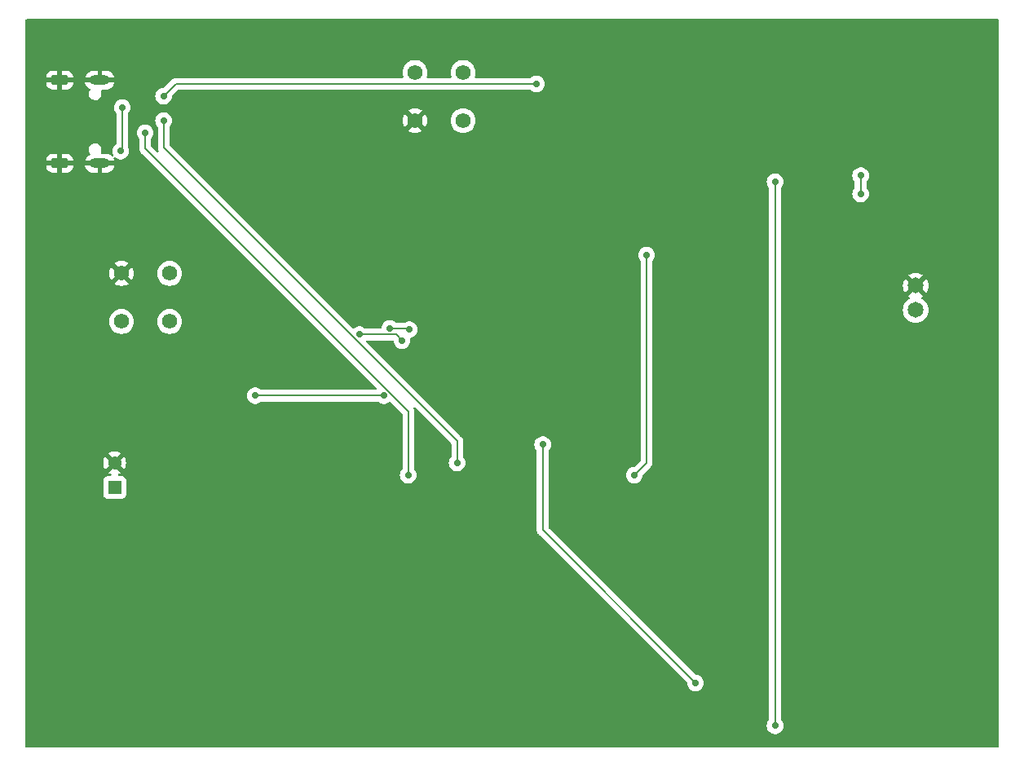
<source format=gbl>
%TF.GenerationSoftware,KiCad,Pcbnew,7.0.9*%
%TF.CreationDate,2024-04-11T22:47:46-07:00*%
%TF.ProjectId,Microphone_Final,4d696372-6f70-4686-9f6e-655f46696e61,rev?*%
%TF.SameCoordinates,Original*%
%TF.FileFunction,Copper,L2,Bot*%
%TF.FilePolarity,Positive*%
%FSLAX46Y46*%
G04 Gerber Fmt 4.6, Leading zero omitted, Abs format (unit mm)*
G04 Created by KiCad (PCBNEW 7.0.9) date 2024-04-11 22:47:46*
%MOMM*%
%LPD*%
G01*
G04 APERTURE LIST*
G04 Aperture macros list*
%AMRoundRect*
0 Rectangle with rounded corners*
0 $1 Rounding radius*
0 $2 $3 $4 $5 $6 $7 $8 $9 X,Y pos of 4 corners*
0 Add a 4 corners polygon primitive as box body*
4,1,4,$2,$3,$4,$5,$6,$7,$8,$9,$2,$3,0*
0 Add four circle primitives for the rounded corners*
1,1,$1+$1,$2,$3*
1,1,$1+$1,$4,$5*
1,1,$1+$1,$6,$7*
1,1,$1+$1,$8,$9*
0 Add four rect primitives between the rounded corners*
20,1,$1+$1,$2,$3,$4,$5,0*
20,1,$1+$1,$4,$5,$6,$7,0*
20,1,$1+$1,$6,$7,$8,$9,0*
20,1,$1+$1,$8,$9,$2,$3,0*%
G04 Aperture macros list end*
%TA.AperFunction,ComponentPad*%
%ADD10R,1.378000X1.378000*%
%TD*%
%TA.AperFunction,ComponentPad*%
%ADD11C,1.378000*%
%TD*%
%TA.AperFunction,ComponentPad*%
%ADD12C,1.574800*%
%TD*%
%TA.AperFunction,ComponentPad*%
%ADD13C,1.651000*%
%TD*%
%TA.AperFunction,ComponentPad*%
%ADD14O,2.100000X1.000000*%
%TD*%
%TA.AperFunction,ComponentPad*%
%ADD15RoundRect,0.250000X-0.650000X0.250000X-0.650000X-0.250000X0.650000X-0.250000X0.650000X0.250000X0*%
%TD*%
%TA.AperFunction,ViaPad*%
%ADD16C,0.711200*%
%TD*%
%TA.AperFunction,Conductor*%
%ADD17C,0.203200*%
%TD*%
%TA.AperFunction,Conductor*%
%ADD18C,0.200000*%
%TD*%
G04 APERTURE END LIST*
D10*
%TO.P,MK1,1,-*%
%TO.N,Net-(MK1--)*%
X74295000Y-95250000D03*
D11*
%TO.P,MK1,2,+*%
%TO.N,GND*%
X74295000Y-92710000D03*
%TD*%
D12*
%TO.P,SW2,1,1*%
%TO.N,Net-(U4-GPIO0)*%
X110490000Y-57150000D03*
%TO.P,SW2,2,2*%
%TO.N,GND*%
X105490000Y-57150000D03*
%TO.P,SW2,3*%
%TO.N,N/C*%
X105490000Y-52150010D03*
%TO.P,SW2,4*%
X110490000Y-52150010D03*
%TD*%
D13*
%TO.P,J2,1,Pin_1*%
%TO.N,+BATT*%
X157480000Y-76835000D03*
%TO.P,J2,2,Pin_2*%
%TO.N,GND*%
X157480000Y-74295000D03*
%TD*%
D12*
%TO.P,SW1,1,1*%
%TO.N,GND*%
X75010000Y-73025000D03*
%TO.P,SW1,2,2*%
%TO.N,Net-(U4-EN)*%
X80010000Y-73025000D03*
%TO.P,SW1,3*%
%TO.N,N/C*%
X80010000Y-78024990D03*
%TO.P,SW1,4*%
X75010000Y-78024990D03*
%TD*%
D14*
%TO.P,J1,SH1*%
%TO.N,GND*%
X72760000Y-52955000D03*
%TO.P,J1,SH2*%
X72760000Y-61595000D03*
D15*
%TO.P,J1,SH3*%
X68580000Y-52955000D03*
%TO.P,J1,SH4*%
X68580000Y-61595000D03*
%TD*%
D16*
%TO.N,+5V*%
X79375000Y-54610000D03*
X118110000Y-53340000D03*
X74930000Y-60325000D03*
X75083057Y-55775500D03*
X142875000Y-120015000D03*
X142875000Y-63500000D03*
%TO.N,GND*%
X137795000Y-67310000D03*
X144780000Y-60960000D03*
X151765000Y-61275000D03*
X94615000Y-90805000D03*
X109220000Y-78105000D03*
X139065000Y-60960000D03*
X89535000Y-90805000D03*
X109220000Y-80010000D03*
%TO.N,+3.3V*%
X118745000Y-90805000D03*
X134620000Y-115570000D03*
X104906160Y-78871160D03*
X102870000Y-78740000D03*
%TO.N,Net-(U4-EN)*%
X99695000Y-79375000D03*
X104140000Y-80010000D03*
%TO.N,Net-(U4-GPIO4{slash}TOUCH4{slash}ADC1_CH3)*%
X88900000Y-85725000D03*
X102235000Y-85725000D03*
%TO.N,Net-(U4-GPIO0)*%
X129540000Y-71120000D03*
X128270000Y-93980000D03*
%TO.N,/D+*%
X77470000Y-58420000D03*
X104775000Y-93980000D03*
%TO.N,/D-*%
X79375000Y-57150000D03*
X109855000Y-92710000D03*
%TO.N,Net-(U2-STAT)*%
X151765000Y-62865000D03*
X151765000Y-64770000D03*
%TD*%
D17*
%TO.N,+5V*%
X118110000Y-53340000D02*
X80645000Y-53340000D01*
X75083057Y-60171943D02*
X74930000Y-60325000D01*
X75083057Y-55775500D02*
X75083057Y-60171943D01*
X80645000Y-53340000D02*
X79375000Y-54610000D01*
X142875000Y-120015000D02*
X142875000Y-63500000D01*
%TO.N,GND*%
X151450000Y-60960000D02*
X151765000Y-61275000D01*
X144780000Y-60960000D02*
X151450000Y-60960000D01*
X137795000Y-62230000D02*
X139065000Y-60960000D01*
X89535000Y-90805000D02*
X94615000Y-90805000D01*
X137795000Y-67310000D02*
X137795000Y-62230000D01*
X109220000Y-80010000D02*
X109220000Y-78105000D01*
%TO.N,+3.3V*%
X104775000Y-78740000D02*
X104906160Y-78871160D01*
X102870000Y-78740000D02*
X104775000Y-78740000D01*
X118745000Y-90805000D02*
X118745000Y-99695000D01*
X118745000Y-99695000D02*
X134620000Y-115570000D01*
%TO.N,Net-(U4-EN)*%
X103505000Y-79375000D02*
X104140000Y-80010000D01*
X99695000Y-79375000D02*
X103505000Y-79375000D01*
%TO.N,Net-(U4-GPIO4{slash}TOUCH4{slash}ADC1_CH3)*%
X88900000Y-85725000D02*
X102235000Y-85725000D01*
%TO.N,Net-(U4-GPIO0)*%
X129540000Y-92710000D02*
X128270000Y-93980000D01*
X129540000Y-71120000D02*
X129540000Y-92710000D01*
D18*
%TO.N,/D+*%
X77470000Y-60064237D02*
X104775000Y-87369237D01*
X77470000Y-58420000D02*
X77470000Y-60064237D01*
X104775000Y-87369237D02*
X104775000Y-93980000D01*
%TO.N,/D-*%
X79375000Y-59950763D02*
X109855000Y-90430763D01*
X79375000Y-57150000D02*
X79375000Y-59950763D01*
X109855000Y-90430763D02*
X109855000Y-92710000D01*
D17*
%TO.N,Net-(U2-STAT)*%
X151765000Y-64770000D02*
X151765000Y-62865000D01*
%TD*%
%TA.AperFunction,Conductor*%
%TO.N,GND*%
G36*
X166058539Y-46629185D02*
G01*
X166104294Y-46681989D01*
X166115500Y-46733500D01*
X166115500Y-122176500D01*
X166095815Y-122243539D01*
X166043011Y-122289294D01*
X165991500Y-122300500D01*
X65148500Y-122300500D01*
X65081461Y-122280815D01*
X65035706Y-122228011D01*
X65024500Y-122176500D01*
X65024500Y-120015000D01*
X142014184Y-120015000D01*
X142032995Y-120193974D01*
X142088605Y-120365125D01*
X142178585Y-120520975D01*
X142299002Y-120654711D01*
X142444592Y-120760489D01*
X142608993Y-120833685D01*
X142608996Y-120833685D01*
X142608997Y-120833686D01*
X142637128Y-120839665D01*
X142785020Y-120871100D01*
X142964980Y-120871100D01*
X143141007Y-120833685D01*
X143305408Y-120760489D01*
X143450998Y-120654711D01*
X143571415Y-120520975D01*
X143661395Y-120365125D01*
X143717005Y-120193974D01*
X143735816Y-120015000D01*
X143717005Y-119836026D01*
X143661395Y-119664875D01*
X143571415Y-119509025D01*
X143508950Y-119439650D01*
X143478720Y-119376658D01*
X143477100Y-119356678D01*
X143477100Y-76835000D01*
X156148935Y-76835000D01*
X156169156Y-77066132D01*
X156169158Y-77066142D01*
X156229205Y-77290243D01*
X156229207Y-77290247D01*
X156229208Y-77290251D01*
X156270399Y-77378585D01*
X156327263Y-77500532D01*
X156327264Y-77500533D01*
X156460345Y-77690592D01*
X156624408Y-77854655D01*
X156814467Y-77987736D01*
X157024749Y-78085792D01*
X157248863Y-78145843D01*
X157433772Y-78162020D01*
X157479999Y-78166065D01*
X157480000Y-78166065D01*
X157480001Y-78166065D01*
X157518522Y-78162694D01*
X157711137Y-78145843D01*
X157935251Y-78085792D01*
X158145533Y-77987736D01*
X158335592Y-77854655D01*
X158499655Y-77690592D01*
X158632736Y-77500533D01*
X158730792Y-77290251D01*
X158790843Y-77066137D01*
X158811065Y-76835000D01*
X158790843Y-76603863D01*
X158730792Y-76379749D01*
X158632736Y-76169468D01*
X158632734Y-76169465D01*
X158632733Y-76169463D01*
X158499654Y-75979406D01*
X158335596Y-75815349D01*
X158335592Y-75815345D01*
X158145533Y-75682264D01*
X158145534Y-75682264D01*
X158145532Y-75682263D01*
X158138362Y-75678920D01*
X158134470Y-75677105D01*
X158082032Y-75630934D01*
X158062880Y-75563740D01*
X158083096Y-75496859D01*
X158134474Y-75452341D01*
X158145280Y-75447301D01*
X158145283Y-75447300D01*
X158223780Y-75392333D01*
X157667407Y-74835960D01*
X157768215Y-74794204D01*
X157887598Y-74702598D01*
X157979204Y-74583216D01*
X158020960Y-74482407D01*
X158577333Y-75038780D01*
X158632300Y-74960283D01*
X158632302Y-74960279D01*
X158730317Y-74750085D01*
X158730321Y-74750074D01*
X158790348Y-74526051D01*
X158790349Y-74526044D01*
X158810563Y-74295001D01*
X158810563Y-74294998D01*
X158790349Y-74063955D01*
X158790348Y-74063948D01*
X158730318Y-73839917D01*
X158632300Y-73629719D01*
X158577333Y-73551217D01*
X158020959Y-74107591D01*
X157979204Y-74006785D01*
X157887598Y-73887402D01*
X157768215Y-73795796D01*
X157667407Y-73754039D01*
X158223781Y-73197665D01*
X158145281Y-73142699D01*
X157935080Y-73044681D01*
X157935074Y-73044678D01*
X157711051Y-72984651D01*
X157711044Y-72984650D01*
X157480002Y-72964437D01*
X157479998Y-72964437D01*
X157248955Y-72984650D01*
X157248948Y-72984651D01*
X157024917Y-73044681D01*
X156814715Y-73142701D01*
X156736218Y-73197664D01*
X156736217Y-73197665D01*
X157292592Y-73754039D01*
X157191785Y-73795796D01*
X157072402Y-73887402D01*
X156980796Y-74006784D01*
X156939039Y-74107591D01*
X156382665Y-73551217D01*
X156382664Y-73551218D01*
X156327701Y-73629715D01*
X156229681Y-73839917D01*
X156169651Y-74063948D01*
X156169650Y-74063955D01*
X156149437Y-74294998D01*
X156149437Y-74295001D01*
X156169650Y-74526044D01*
X156169651Y-74526051D01*
X156229678Y-74750074D01*
X156229681Y-74750080D01*
X156327699Y-74960281D01*
X156382665Y-75038781D01*
X156939039Y-74482407D01*
X156980796Y-74583215D01*
X157072402Y-74702598D01*
X157191785Y-74794204D01*
X157292592Y-74835960D01*
X156736218Y-75392333D01*
X156814718Y-75447301D01*
X156825529Y-75452342D01*
X156877968Y-75498514D01*
X156897120Y-75565708D01*
X156876904Y-75632589D01*
X156825531Y-75677105D01*
X156814469Y-75682263D01*
X156814463Y-75682266D01*
X156624406Y-75815345D01*
X156460345Y-75979406D01*
X156327266Y-76169463D01*
X156327264Y-76169467D01*
X156229209Y-76379747D01*
X156229205Y-76379756D01*
X156169158Y-76603857D01*
X156169156Y-76603867D01*
X156148935Y-76834999D01*
X156148935Y-76835000D01*
X143477100Y-76835000D01*
X143477100Y-64770000D01*
X150904184Y-64770000D01*
X150922995Y-64948974D01*
X150978605Y-65120125D01*
X151068585Y-65275975D01*
X151189002Y-65409711D01*
X151334592Y-65515489D01*
X151498993Y-65588685D01*
X151498996Y-65588685D01*
X151498997Y-65588686D01*
X151527128Y-65594665D01*
X151675020Y-65626100D01*
X151854980Y-65626100D01*
X152031007Y-65588685D01*
X152195408Y-65515489D01*
X152340998Y-65409711D01*
X152461415Y-65275975D01*
X152551395Y-65120125D01*
X152607005Y-64948974D01*
X152625816Y-64770000D01*
X152607005Y-64591026D01*
X152551395Y-64419875D01*
X152461415Y-64264025D01*
X152398950Y-64194650D01*
X152368720Y-64131658D01*
X152367100Y-64111678D01*
X152367100Y-63523320D01*
X152386785Y-63456281D01*
X152398951Y-63440347D01*
X152461415Y-63370975D01*
X152551395Y-63215125D01*
X152607005Y-63043974D01*
X152625816Y-62865000D01*
X152607005Y-62686026D01*
X152551395Y-62514875D01*
X152461415Y-62359025D01*
X152340998Y-62225289D01*
X152195408Y-62119511D01*
X152031007Y-62046315D01*
X152031006Y-62046314D01*
X152031002Y-62046313D01*
X151854980Y-62008900D01*
X151675020Y-62008900D01*
X151498997Y-62046313D01*
X151334588Y-62119513D01*
X151189000Y-62225290D01*
X151068584Y-62359026D01*
X150978604Y-62514876D01*
X150922996Y-62686022D01*
X150922995Y-62686024D01*
X150922995Y-62686026D01*
X150904184Y-62865000D01*
X150922995Y-63043974D01*
X150978605Y-63215125D01*
X151068585Y-63370975D01*
X151131049Y-63440347D01*
X151161279Y-63503338D01*
X151162900Y-63523320D01*
X151162900Y-64111678D01*
X151143215Y-64178717D01*
X151131050Y-64194650D01*
X151068584Y-64264025D01*
X150978604Y-64419876D01*
X150922996Y-64591022D01*
X150922995Y-64591024D01*
X150922995Y-64591026D01*
X150904184Y-64770000D01*
X143477100Y-64770000D01*
X143477100Y-64158320D01*
X143496785Y-64091281D01*
X143508951Y-64075347D01*
X143571415Y-64005975D01*
X143661395Y-63850125D01*
X143717005Y-63678974D01*
X143735816Y-63500000D01*
X143717005Y-63321026D01*
X143661395Y-63149875D01*
X143571415Y-62994025D01*
X143450998Y-62860289D01*
X143305408Y-62754511D01*
X143141007Y-62681315D01*
X143141006Y-62681314D01*
X143141002Y-62681313D01*
X142964980Y-62643900D01*
X142785020Y-62643900D01*
X142608997Y-62681313D01*
X142444588Y-62754513D01*
X142299000Y-62860290D01*
X142178584Y-62994026D01*
X142088604Y-63149876D01*
X142032996Y-63321022D01*
X142032995Y-63321024D01*
X142032995Y-63321026D01*
X142014184Y-63500000D01*
X142032995Y-63678974D01*
X142088605Y-63850125D01*
X142178585Y-64005975D01*
X142241049Y-64075347D01*
X142271279Y-64138338D01*
X142272900Y-64158320D01*
X142272900Y-119356678D01*
X142253215Y-119423717D01*
X142241050Y-119439650D01*
X142178584Y-119509025D01*
X142088604Y-119664876D01*
X142032996Y-119836022D01*
X142032995Y-119836024D01*
X142032995Y-119836026D01*
X142014184Y-120015000D01*
X65024500Y-120015000D01*
X65024500Y-92710000D01*
X73100906Y-92710000D01*
X73121237Y-92929413D01*
X73121238Y-92929415D01*
X73181539Y-93141352D01*
X73181545Y-93141367D01*
X73279762Y-93338612D01*
X73293991Y-93357454D01*
X73293992Y-93357454D01*
X73864544Y-92786902D01*
X73866117Y-92807890D01*
X73914024Y-92929956D01*
X73995783Y-93032479D01*
X74104129Y-93106348D01*
X74217296Y-93141256D01*
X73649661Y-93708889D01*
X73649662Y-93708890D01*
X73762743Y-93778907D01*
X73762752Y-93778911D01*
X73871069Y-93820873D01*
X73926471Y-93863446D01*
X73950062Y-93929212D01*
X73934351Y-93997293D01*
X73884327Y-94046072D01*
X73826276Y-94060500D01*
X73558130Y-94060500D01*
X73558123Y-94060501D01*
X73498516Y-94066908D01*
X73363671Y-94117202D01*
X73363664Y-94117206D01*
X73248455Y-94203452D01*
X73248452Y-94203455D01*
X73162206Y-94318664D01*
X73162202Y-94318671D01*
X73111908Y-94453517D01*
X73108419Y-94485973D01*
X73105501Y-94513123D01*
X73105500Y-94513135D01*
X73105500Y-95986870D01*
X73105501Y-95986876D01*
X73111908Y-96046483D01*
X73162202Y-96181328D01*
X73162206Y-96181335D01*
X73248452Y-96296544D01*
X73248455Y-96296547D01*
X73363664Y-96382793D01*
X73363671Y-96382797D01*
X73498517Y-96433091D01*
X73498516Y-96433091D01*
X73505444Y-96433835D01*
X73558127Y-96439500D01*
X75031872Y-96439499D01*
X75091483Y-96433091D01*
X75226331Y-96382796D01*
X75341546Y-96296546D01*
X75427796Y-96181331D01*
X75478091Y-96046483D01*
X75484500Y-95986873D01*
X75484499Y-94513128D01*
X75478091Y-94453517D01*
X75427796Y-94318669D01*
X75427795Y-94318668D01*
X75427793Y-94318664D01*
X75341547Y-94203455D01*
X75341544Y-94203452D01*
X75226335Y-94117206D01*
X75226328Y-94117202D01*
X75091482Y-94066908D01*
X75091483Y-94066908D01*
X75031883Y-94060501D01*
X75031881Y-94060500D01*
X75031873Y-94060500D01*
X75031865Y-94060500D01*
X74763724Y-94060500D01*
X74696685Y-94040815D01*
X74650930Y-93988011D01*
X74640986Y-93918853D01*
X74670011Y-93855297D01*
X74718931Y-93820873D01*
X74827249Y-93778910D01*
X74827253Y-93778908D01*
X74940337Y-93708889D01*
X74370049Y-93138601D01*
X74424667Y-93130369D01*
X74542812Y-93073473D01*
X74638938Y-92984281D01*
X74704503Y-92870718D01*
X74723972Y-92785420D01*
X75296006Y-93357454D01*
X75310237Y-93338609D01*
X75310239Y-93338606D01*
X75408454Y-93141367D01*
X75408460Y-93141352D01*
X75468761Y-92929415D01*
X75468762Y-92929413D01*
X75489094Y-92710000D01*
X75489094Y-92709999D01*
X75468762Y-92490586D01*
X75468761Y-92490584D01*
X75408460Y-92278647D01*
X75408454Y-92278632D01*
X75310242Y-92081396D01*
X75310237Y-92081388D01*
X75296006Y-92062544D01*
X74725455Y-92633095D01*
X74723883Y-92612110D01*
X74675976Y-92490044D01*
X74594217Y-92387521D01*
X74485871Y-92313652D01*
X74372703Y-92278744D01*
X74940337Y-91711109D01*
X74940336Y-91711108D01*
X74827256Y-91641093D01*
X74827250Y-91641089D01*
X74621781Y-91561491D01*
X74405175Y-91521000D01*
X74184825Y-91521000D01*
X73968218Y-91561491D01*
X73762748Y-91641090D01*
X73649661Y-91711109D01*
X74219951Y-92281398D01*
X74165333Y-92289631D01*
X74047188Y-92346527D01*
X73951062Y-92435719D01*
X73885497Y-92549282D01*
X73866027Y-92634580D01*
X73293992Y-92062545D01*
X73293991Y-92062545D01*
X73279761Y-92081390D01*
X73181545Y-92278632D01*
X73181539Y-92278647D01*
X73121238Y-92490584D01*
X73121237Y-92490586D01*
X73100906Y-92709999D01*
X73100906Y-92710000D01*
X65024500Y-92710000D01*
X65024500Y-78024990D01*
X73717180Y-78024990D01*
X73736820Y-78249481D01*
X73736821Y-78249488D01*
X73795145Y-78467155D01*
X73795149Y-78467166D01*
X73890382Y-78671394D01*
X73890385Y-78671400D01*
X74019643Y-78856001D01*
X74178988Y-79015346D01*
X74178991Y-79015348D01*
X74363590Y-79144605D01*
X74477262Y-79197610D01*
X74567823Y-79239840D01*
X74567825Y-79239840D01*
X74567830Y-79239843D01*
X74785504Y-79298169D01*
X74965100Y-79313881D01*
X75009999Y-79317810D01*
X75010000Y-79317810D01*
X75010001Y-79317810D01*
X75047416Y-79314536D01*
X75234496Y-79298169D01*
X75452170Y-79239843D01*
X75656410Y-79144605D01*
X75841009Y-79015348D01*
X76000358Y-78855999D01*
X76129615Y-78671400D01*
X76224853Y-78467160D01*
X76283179Y-78249486D01*
X76302820Y-78024990D01*
X78717180Y-78024990D01*
X78736820Y-78249481D01*
X78736821Y-78249488D01*
X78795145Y-78467155D01*
X78795149Y-78467166D01*
X78890382Y-78671394D01*
X78890385Y-78671400D01*
X79019643Y-78856001D01*
X79178988Y-79015346D01*
X79178991Y-79015348D01*
X79363590Y-79144605D01*
X79477262Y-79197610D01*
X79567823Y-79239840D01*
X79567825Y-79239840D01*
X79567830Y-79239843D01*
X79785504Y-79298169D01*
X79965100Y-79313881D01*
X80009999Y-79317810D01*
X80010000Y-79317810D01*
X80010001Y-79317810D01*
X80047416Y-79314536D01*
X80234496Y-79298169D01*
X80452170Y-79239843D01*
X80656410Y-79144605D01*
X80841009Y-79015348D01*
X81000358Y-78855999D01*
X81129615Y-78671400D01*
X81224853Y-78467160D01*
X81283179Y-78249486D01*
X81302820Y-78024990D01*
X81283179Y-77800494D01*
X81224853Y-77582820D01*
X81129615Y-77378580D01*
X81000358Y-77193981D01*
X81000356Y-77193978D01*
X80841011Y-77034633D01*
X80656410Y-76905375D01*
X80656404Y-76905372D01*
X80452176Y-76810139D01*
X80452165Y-76810135D01*
X80234498Y-76751811D01*
X80234491Y-76751810D01*
X80010001Y-76732170D01*
X80009999Y-76732170D01*
X79785508Y-76751810D01*
X79785501Y-76751811D01*
X79567834Y-76810135D01*
X79567823Y-76810139D01*
X79363595Y-76905372D01*
X79363589Y-76905375D01*
X79178988Y-77034633D01*
X79019643Y-77193978D01*
X78890385Y-77378579D01*
X78890382Y-77378585D01*
X78795149Y-77582813D01*
X78795145Y-77582824D01*
X78736821Y-77800491D01*
X78736820Y-77800498D01*
X78717180Y-78024989D01*
X78717180Y-78024990D01*
X76302820Y-78024990D01*
X76283179Y-77800494D01*
X76224853Y-77582820D01*
X76129615Y-77378580D01*
X76000358Y-77193981D01*
X76000356Y-77193978D01*
X75841011Y-77034633D01*
X75656410Y-76905375D01*
X75656404Y-76905372D01*
X75452176Y-76810139D01*
X75452165Y-76810135D01*
X75234498Y-76751811D01*
X75234491Y-76751810D01*
X75010001Y-76732170D01*
X75009999Y-76732170D01*
X74785508Y-76751810D01*
X74785501Y-76751811D01*
X74567834Y-76810135D01*
X74567823Y-76810139D01*
X74363595Y-76905372D01*
X74363589Y-76905375D01*
X74178988Y-77034633D01*
X74019643Y-77193978D01*
X73890385Y-77378579D01*
X73890382Y-77378585D01*
X73795149Y-77582813D01*
X73795145Y-77582824D01*
X73736821Y-77800491D01*
X73736820Y-77800498D01*
X73717180Y-78024989D01*
X73717180Y-78024990D01*
X65024500Y-78024990D01*
X65024500Y-73025001D01*
X73717682Y-73025001D01*
X73737314Y-73249403D01*
X73737316Y-73249414D01*
X73795615Y-73466991D01*
X73795619Y-73467000D01*
X73890818Y-73671156D01*
X73940021Y-73741425D01*
X74498108Y-73183338D01*
X74502673Y-73205304D01*
X74570131Y-73335493D01*
X74670213Y-73442655D01*
X74795495Y-73518840D01*
X74853468Y-73535083D01*
X74293573Y-74094977D01*
X74363843Y-74144181D01*
X74567999Y-74239380D01*
X74568008Y-74239384D01*
X74785585Y-74297683D01*
X74785596Y-74297685D01*
X75009998Y-74317318D01*
X75010002Y-74317318D01*
X75234403Y-74297685D01*
X75234414Y-74297683D01*
X75451991Y-74239384D01*
X75452000Y-74239380D01*
X75656160Y-74144179D01*
X75726424Y-74094977D01*
X75168950Y-73537503D01*
X75289752Y-73485032D01*
X75403493Y-73392497D01*
X75488051Y-73272706D01*
X75520357Y-73181804D01*
X76079977Y-73741424D01*
X76129179Y-73671160D01*
X76224380Y-73467000D01*
X76224384Y-73466991D01*
X76282683Y-73249414D01*
X76282685Y-73249403D01*
X76302318Y-73025001D01*
X76302318Y-73025000D01*
X78717180Y-73025000D01*
X78736820Y-73249491D01*
X78736821Y-73249498D01*
X78795145Y-73467165D01*
X78795149Y-73467176D01*
X78890382Y-73671404D01*
X78890385Y-73671410D01*
X79019643Y-73856011D01*
X79178988Y-74015356D01*
X79178991Y-74015358D01*
X79363590Y-74144615D01*
X79366151Y-74145809D01*
X79567823Y-74239850D01*
X79567825Y-74239850D01*
X79567830Y-74239853D01*
X79785504Y-74298179D01*
X79965100Y-74313891D01*
X80009999Y-74317820D01*
X80010000Y-74317820D01*
X80010001Y-74317820D01*
X80047416Y-74314546D01*
X80234496Y-74298179D01*
X80452170Y-74239853D01*
X80656410Y-74144615D01*
X80841009Y-74015358D01*
X81000358Y-73856009D01*
X81129615Y-73671410D01*
X81224853Y-73467170D01*
X81283179Y-73249496D01*
X81302820Y-73025000D01*
X81283179Y-72800504D01*
X81224853Y-72582830D01*
X81129615Y-72378590D01*
X81000358Y-72193991D01*
X81000356Y-72193988D01*
X80841011Y-72034643D01*
X80656410Y-71905385D01*
X80656404Y-71905382D01*
X80452176Y-71810149D01*
X80452165Y-71810145D01*
X80234498Y-71751821D01*
X80234491Y-71751820D01*
X80010001Y-71732180D01*
X80009999Y-71732180D01*
X79785508Y-71751820D01*
X79785501Y-71751821D01*
X79567834Y-71810145D01*
X79567823Y-71810149D01*
X79363595Y-71905382D01*
X79363589Y-71905385D01*
X79178988Y-72034643D01*
X79019643Y-72193988D01*
X78890385Y-72378589D01*
X78890382Y-72378595D01*
X78795149Y-72582823D01*
X78795145Y-72582834D01*
X78736821Y-72800501D01*
X78736820Y-72800508D01*
X78717180Y-73024999D01*
X78717180Y-73025000D01*
X76302318Y-73025000D01*
X76302318Y-73024998D01*
X76282685Y-72800596D01*
X76282683Y-72800585D01*
X76224384Y-72583008D01*
X76224380Y-72582999D01*
X76129181Y-72378843D01*
X76079977Y-72308573D01*
X75521891Y-72866660D01*
X75517327Y-72844696D01*
X75449869Y-72714507D01*
X75349787Y-72607345D01*
X75224505Y-72531160D01*
X75166531Y-72514916D01*
X75726425Y-71955021D01*
X75656156Y-71905818D01*
X75452000Y-71810619D01*
X75451991Y-71810615D01*
X75234414Y-71752316D01*
X75234403Y-71752314D01*
X75010002Y-71732682D01*
X75009998Y-71732682D01*
X74785596Y-71752314D01*
X74785585Y-71752316D01*
X74568008Y-71810615D01*
X74567999Y-71810618D01*
X74363842Y-71905819D01*
X74363840Y-71905820D01*
X74293574Y-71955021D01*
X74293573Y-71955021D01*
X74851049Y-72512496D01*
X74730248Y-72564968D01*
X74616507Y-72657503D01*
X74531949Y-72777294D01*
X74499642Y-72868194D01*
X73940021Y-72308573D01*
X73940021Y-72308574D01*
X73890820Y-72378840D01*
X73890819Y-72378842D01*
X73795618Y-72582999D01*
X73795615Y-72583008D01*
X73737316Y-72800585D01*
X73737314Y-72800596D01*
X73717682Y-73024998D01*
X73717682Y-73025001D01*
X65024500Y-73025001D01*
X65024500Y-61345000D01*
X67180000Y-61345000D01*
X68013889Y-61345000D01*
X67974390Y-61369457D01*
X67906799Y-61458962D01*
X67876105Y-61566840D01*
X67886454Y-61678521D01*
X67936448Y-61778922D01*
X68008931Y-61845000D01*
X67180001Y-61845000D01*
X67180001Y-61894986D01*
X67190494Y-61997697D01*
X67245641Y-62164119D01*
X67245643Y-62164124D01*
X67337684Y-62313345D01*
X67461654Y-62437315D01*
X67610875Y-62529356D01*
X67610880Y-62529358D01*
X67777302Y-62584505D01*
X67777309Y-62584506D01*
X67880019Y-62594999D01*
X68329999Y-62594999D01*
X68330000Y-62594998D01*
X68330000Y-61895000D01*
X68830000Y-61895000D01*
X68830000Y-62594999D01*
X69279972Y-62594999D01*
X69279986Y-62594998D01*
X69382697Y-62584505D01*
X69549119Y-62529358D01*
X69549124Y-62529356D01*
X69698345Y-62437315D01*
X69822315Y-62313345D01*
X69914356Y-62164124D01*
X69914358Y-62164119D01*
X69969505Y-61997697D01*
X69969506Y-61997690D01*
X69979999Y-61894986D01*
X69980000Y-61894973D01*
X69980000Y-61845000D01*
X71236634Y-61845000D01*
X71236931Y-61846946D01*
X71236933Y-61846952D01*
X71307562Y-62037657D01*
X71307565Y-62037664D01*
X71415149Y-62210267D01*
X71555264Y-62357668D01*
X71555266Y-62357669D01*
X71722195Y-62473856D01*
X71909092Y-62554059D01*
X72108310Y-62595000D01*
X72510000Y-62595000D01*
X72510000Y-61895000D01*
X73010000Y-61895000D01*
X73010000Y-62595000D01*
X73360713Y-62595000D01*
X73512338Y-62579581D01*
X73706381Y-62518700D01*
X73706391Y-62518695D01*
X73884215Y-62419994D01*
X73884216Y-62419994D01*
X74038530Y-62287521D01*
X74038531Y-62287520D01*
X74163018Y-62126695D01*
X74252588Y-61944093D01*
X74278246Y-61845000D01*
X73476111Y-61845000D01*
X73515610Y-61820543D01*
X73583201Y-61731038D01*
X73613895Y-61623160D01*
X73603546Y-61511479D01*
X73553552Y-61411078D01*
X73481069Y-61345000D01*
X74283366Y-61345000D01*
X74283068Y-61343053D01*
X74283066Y-61343047D01*
X74212435Y-61152336D01*
X74211128Y-61149670D01*
X74210849Y-61148054D01*
X74210251Y-61146437D01*
X74210552Y-61146325D01*
X74199279Y-61080812D01*
X74226538Y-61016480D01*
X74284251Y-60977097D01*
X74354094Y-60975168D01*
X74395342Y-60994746D01*
X74499592Y-61070489D01*
X74663993Y-61143685D01*
X74663996Y-61143685D01*
X74663997Y-61143686D01*
X74676413Y-61146325D01*
X74840020Y-61181100D01*
X75019980Y-61181100D01*
X75196007Y-61143685D01*
X75360408Y-61070489D01*
X75505998Y-60964711D01*
X75626415Y-60830975D01*
X75716395Y-60675125D01*
X75772005Y-60503974D01*
X75790816Y-60325000D01*
X75772005Y-60146026D01*
X75716395Y-59974875D01*
X75701769Y-59949543D01*
X75685157Y-59887543D01*
X75685157Y-58420000D01*
X76609184Y-58420000D01*
X76627995Y-58598974D01*
X76683605Y-58770125D01*
X76773585Y-58925975D01*
X76837649Y-58997124D01*
X76867879Y-59060115D01*
X76869500Y-59080097D01*
X76869500Y-60020808D01*
X76868969Y-60028906D01*
X76866126Y-60050503D01*
X76864318Y-60064236D01*
X76864318Y-60064237D01*
X76869500Y-60103597D01*
X76884955Y-60220997D01*
X76884956Y-60220999D01*
X76945464Y-60367078D01*
X77041718Y-60492519D01*
X77069995Y-60514217D01*
X77076085Y-60519557D01*
X89333822Y-72777294D01*
X101467747Y-84911219D01*
X101501232Y-84972542D01*
X101496248Y-85042234D01*
X101454376Y-85098167D01*
X101388912Y-85122584D01*
X101380066Y-85122900D01*
X89565071Y-85122900D01*
X89498032Y-85103215D01*
X89481362Y-85089044D01*
X89480828Y-85089638D01*
X89476000Y-85085291D01*
X89475999Y-85085290D01*
X89475998Y-85085289D01*
X89330408Y-84979511D01*
X89166007Y-84906315D01*
X89166006Y-84906314D01*
X89166002Y-84906313D01*
X88989980Y-84868900D01*
X88810020Y-84868900D01*
X88633997Y-84906313D01*
X88469588Y-84979513D01*
X88324000Y-85085290D01*
X88203584Y-85219026D01*
X88113604Y-85374876D01*
X88057996Y-85546022D01*
X88057995Y-85546024D01*
X88057995Y-85546026D01*
X88039184Y-85725000D01*
X88057995Y-85903974D01*
X88113605Y-86075125D01*
X88203585Y-86230975D01*
X88324002Y-86364711D01*
X88469592Y-86470489D01*
X88633993Y-86543685D01*
X88633996Y-86543685D01*
X88633997Y-86543686D01*
X88662128Y-86549665D01*
X88810020Y-86581100D01*
X88989980Y-86581100D01*
X89166007Y-86543685D01*
X89330408Y-86470489D01*
X89475998Y-86364711D01*
X89476003Y-86364704D01*
X89480828Y-86360362D01*
X89482506Y-86362226D01*
X89532390Y-86331484D01*
X89565071Y-86327100D01*
X101569929Y-86327100D01*
X101636968Y-86346785D01*
X101653637Y-86360955D01*
X101654172Y-86360362D01*
X101658999Y-86364708D01*
X101659002Y-86364711D01*
X101804592Y-86470489D01*
X101968993Y-86543685D01*
X101968996Y-86543685D01*
X101968997Y-86543686D01*
X101997128Y-86549665D01*
X102145020Y-86581100D01*
X102324980Y-86581100D01*
X102501007Y-86543685D01*
X102665408Y-86470489D01*
X102789169Y-86380570D01*
X102854974Y-86357090D01*
X102923028Y-86372915D01*
X102949735Y-86393207D01*
X104138181Y-87581653D01*
X104171666Y-87642976D01*
X104174500Y-87669334D01*
X104174500Y-93319901D01*
X104154815Y-93386940D01*
X104142650Y-93402873D01*
X104078584Y-93474025D01*
X103988604Y-93629876D01*
X103932996Y-93801022D01*
X103932995Y-93801024D01*
X103914184Y-93980000D01*
X103932995Y-94158975D01*
X103932996Y-94158977D01*
X103984882Y-94318669D01*
X103988605Y-94330125D01*
X104078585Y-94485975D01*
X104199002Y-94619711D01*
X104344592Y-94725489D01*
X104508993Y-94798685D01*
X104508996Y-94798685D01*
X104508997Y-94798686D01*
X104537128Y-94804665D01*
X104685020Y-94836100D01*
X104864980Y-94836100D01*
X105041007Y-94798685D01*
X105205408Y-94725489D01*
X105350998Y-94619711D01*
X105471415Y-94485975D01*
X105561395Y-94330125D01*
X105617005Y-94158974D01*
X105635816Y-93980000D01*
X105617005Y-93801026D01*
X105561395Y-93629875D01*
X105471415Y-93474025D01*
X105454725Y-93455489D01*
X105407350Y-93402873D01*
X105377120Y-93339881D01*
X105375500Y-93319901D01*
X105375500Y-87412665D01*
X105376031Y-87404563D01*
X105380682Y-87369236D01*
X105380682Y-87369235D01*
X105360044Y-87212476D01*
X105360042Y-87212471D01*
X105296426Y-87058886D01*
X105299679Y-87057538D01*
X105287007Y-87005358D01*
X105309843Y-86939325D01*
X105364754Y-86896121D01*
X105434306Y-86889463D01*
X105496416Y-86921464D01*
X105498549Y-86923547D01*
X109218181Y-90643179D01*
X109251666Y-90704502D01*
X109254500Y-90730860D01*
X109254500Y-92049901D01*
X109234815Y-92116940D01*
X109222650Y-92132873D01*
X109158584Y-92204025D01*
X109068604Y-92359876D01*
X109012996Y-92531022D01*
X109012995Y-92531024D01*
X108994184Y-92710000D01*
X109012995Y-92888975D01*
X109012996Y-92888977D01*
X109053241Y-93012841D01*
X109068605Y-93060125D01*
X109158585Y-93215975D01*
X109279002Y-93349711D01*
X109424592Y-93455489D01*
X109588993Y-93528685D01*
X109588996Y-93528685D01*
X109588997Y-93528686D01*
X109617128Y-93534665D01*
X109765020Y-93566100D01*
X109944980Y-93566100D01*
X110121007Y-93528685D01*
X110285408Y-93455489D01*
X110430998Y-93349711D01*
X110551415Y-93215975D01*
X110641395Y-93060125D01*
X110697005Y-92888974D01*
X110715816Y-92710000D01*
X110697005Y-92531026D01*
X110641395Y-92359875D01*
X110551415Y-92204025D01*
X110487350Y-92132873D01*
X110457120Y-92069881D01*
X110455500Y-92049901D01*
X110455500Y-90805000D01*
X117884184Y-90805000D01*
X117902995Y-90983974D01*
X117958605Y-91155125D01*
X118048585Y-91310975D01*
X118111049Y-91380347D01*
X118141279Y-91443338D01*
X118142900Y-91463320D01*
X118142900Y-99651479D01*
X118142369Y-99659580D01*
X118137706Y-99694998D01*
X118142421Y-99730823D01*
X118142423Y-99730838D01*
X118158397Y-99852178D01*
X118158398Y-99852180D01*
X118219065Y-99998644D01*
X118291350Y-100092849D01*
X118315576Y-100124420D01*
X118315578Y-100124422D01*
X118343928Y-100146176D01*
X118350031Y-100151529D01*
X133727039Y-115528537D01*
X133760524Y-115589860D01*
X133762679Y-115603255D01*
X133777995Y-115748974D01*
X133833605Y-115920125D01*
X133923585Y-116075975D01*
X134044002Y-116209711D01*
X134189592Y-116315489D01*
X134353993Y-116388685D01*
X134353996Y-116388685D01*
X134353997Y-116388686D01*
X134382128Y-116394665D01*
X134530020Y-116426100D01*
X134709980Y-116426100D01*
X134886007Y-116388685D01*
X135050408Y-116315489D01*
X135195998Y-116209711D01*
X135316415Y-116075975D01*
X135406395Y-115920125D01*
X135462005Y-115748974D01*
X135480816Y-115570000D01*
X135462005Y-115391026D01*
X135406395Y-115219875D01*
X135316415Y-115064025D01*
X135195998Y-114930289D01*
X135050408Y-114824511D01*
X134886007Y-114751315D01*
X134886006Y-114751314D01*
X134886002Y-114751313D01*
X134709980Y-114713900D01*
X134666760Y-114713900D01*
X134599721Y-114694215D01*
X134579079Y-114677581D01*
X119383419Y-99481921D01*
X119349934Y-99420598D01*
X119347100Y-99394240D01*
X119347100Y-93980000D01*
X127409184Y-93980000D01*
X127427995Y-94158975D01*
X127427996Y-94158977D01*
X127479882Y-94318669D01*
X127483605Y-94330125D01*
X127573585Y-94485975D01*
X127694002Y-94619711D01*
X127839592Y-94725489D01*
X128003993Y-94798685D01*
X128003996Y-94798685D01*
X128003997Y-94798686D01*
X128032128Y-94804665D01*
X128180020Y-94836100D01*
X128359980Y-94836100D01*
X128536007Y-94798685D01*
X128700408Y-94725489D01*
X128845998Y-94619711D01*
X128966415Y-94485975D01*
X129056395Y-94330125D01*
X129112005Y-94158974D01*
X129127321Y-94013251D01*
X129153903Y-93948642D01*
X129162950Y-93938546D01*
X129934977Y-93166519D01*
X129941068Y-93161177D01*
X129969422Y-93139422D01*
X129993648Y-93107849D01*
X129993651Y-93107847D01*
X130065933Y-93013647D01*
X130066267Y-93012841D01*
X130126602Y-92867180D01*
X130142100Y-92749460D01*
X130142100Y-92749452D01*
X130147294Y-92710000D01*
X130142630Y-92674577D01*
X130142100Y-92666479D01*
X130142100Y-71778320D01*
X130161785Y-71711281D01*
X130173951Y-71695347D01*
X130236415Y-71625975D01*
X130326395Y-71470125D01*
X130382005Y-71298974D01*
X130400816Y-71120000D01*
X130382005Y-70941026D01*
X130326395Y-70769875D01*
X130236415Y-70614025D01*
X130115998Y-70480289D01*
X129970408Y-70374511D01*
X129806007Y-70301315D01*
X129806006Y-70301314D01*
X129806002Y-70301313D01*
X129629980Y-70263900D01*
X129450020Y-70263900D01*
X129273997Y-70301313D01*
X129109588Y-70374513D01*
X128964000Y-70480290D01*
X128843584Y-70614026D01*
X128753604Y-70769876D01*
X128697996Y-70941022D01*
X128697995Y-70941024D01*
X128697995Y-70941026D01*
X128679184Y-71120000D01*
X128697995Y-71298974D01*
X128753605Y-71470125D01*
X128843585Y-71625975D01*
X128906049Y-71695347D01*
X128936279Y-71758338D01*
X128937900Y-71778320D01*
X128937900Y-92409240D01*
X128918215Y-92476279D01*
X128901581Y-92496921D01*
X128310921Y-93087581D01*
X128249598Y-93121066D01*
X128223240Y-93123900D01*
X128180020Y-93123900D01*
X128003997Y-93161313D01*
X127839588Y-93234513D01*
X127694000Y-93340290D01*
X127573584Y-93474026D01*
X127483604Y-93629876D01*
X127427996Y-93801022D01*
X127427995Y-93801024D01*
X127409184Y-93980000D01*
X119347100Y-93980000D01*
X119347100Y-91463320D01*
X119366785Y-91396281D01*
X119378951Y-91380347D01*
X119441415Y-91310975D01*
X119531395Y-91155125D01*
X119587005Y-90983974D01*
X119605816Y-90805000D01*
X119587005Y-90626026D01*
X119531395Y-90454875D01*
X119441415Y-90299025D01*
X119320998Y-90165289D01*
X119175408Y-90059511D01*
X119011007Y-89986315D01*
X119011006Y-89986314D01*
X119011002Y-89986313D01*
X118834980Y-89948900D01*
X118655020Y-89948900D01*
X118478997Y-89986313D01*
X118314588Y-90059513D01*
X118169000Y-90165290D01*
X118048584Y-90299026D01*
X117958604Y-90454876D01*
X117902996Y-90626022D01*
X117902995Y-90626024D01*
X117902995Y-90626026D01*
X117884184Y-90805000D01*
X110455500Y-90805000D01*
X110455500Y-90474191D01*
X110456031Y-90466089D01*
X110457508Y-90454875D01*
X110460682Y-90430763D01*
X110440044Y-90274001D01*
X110379536Y-90127922D01*
X110283282Y-90002481D01*
X110255005Y-89980783D01*
X110248904Y-89975432D01*
X100462253Y-80188781D01*
X100428768Y-80127458D01*
X100433752Y-80057766D01*
X100475624Y-80001833D01*
X100541088Y-79977416D01*
X100549934Y-79977100D01*
X103164076Y-79977100D01*
X103231115Y-79996785D01*
X103276870Y-80049589D01*
X103287396Y-80088136D01*
X103297995Y-80188974D01*
X103353605Y-80360125D01*
X103443585Y-80515975D01*
X103564002Y-80649711D01*
X103709592Y-80755489D01*
X103873993Y-80828685D01*
X103873996Y-80828685D01*
X103873997Y-80828686D01*
X103902128Y-80834665D01*
X104050020Y-80866100D01*
X104229980Y-80866100D01*
X104406007Y-80828685D01*
X104570408Y-80755489D01*
X104715998Y-80649711D01*
X104836415Y-80515975D01*
X104926395Y-80360125D01*
X104982005Y-80188974D01*
X105000816Y-80010000D01*
X104983316Y-79843500D01*
X104995884Y-79774776D01*
X105043616Y-79723751D01*
X105080848Y-79709255D01*
X105172167Y-79689845D01*
X105336568Y-79616649D01*
X105482158Y-79510871D01*
X105602575Y-79377135D01*
X105692555Y-79221285D01*
X105748165Y-79050134D01*
X105766976Y-78871160D01*
X105748165Y-78692186D01*
X105692555Y-78521035D01*
X105602575Y-78365185D01*
X105484478Y-78234026D01*
X105482159Y-78231450D01*
X105336571Y-78125673D01*
X105336570Y-78125672D01*
X105336568Y-78125671D01*
X105172167Y-78052475D01*
X105172166Y-78052474D01*
X105172162Y-78052473D01*
X104996140Y-78015060D01*
X104816180Y-78015060D01*
X104640156Y-78052474D01*
X104640153Y-78052474D01*
X104472362Y-78127180D01*
X104421927Y-78137900D01*
X103535071Y-78137900D01*
X103468032Y-78118215D01*
X103451362Y-78104044D01*
X103450828Y-78104638D01*
X103446000Y-78100291D01*
X103445999Y-78100290D01*
X103445998Y-78100289D01*
X103300408Y-77994511D01*
X103136007Y-77921315D01*
X103136006Y-77921314D01*
X103136002Y-77921313D01*
X102959980Y-77883900D01*
X102780020Y-77883900D01*
X102603997Y-77921313D01*
X102439588Y-77994513D01*
X102294000Y-78100290D01*
X102173584Y-78234026D01*
X102083604Y-78389876D01*
X102027996Y-78561022D01*
X102027995Y-78561025D01*
X102017397Y-78661862D01*
X101990812Y-78726477D01*
X101933514Y-78766461D01*
X101894076Y-78772900D01*
X100360071Y-78772900D01*
X100293032Y-78753215D01*
X100276362Y-78739044D01*
X100275828Y-78739638D01*
X100271000Y-78735291D01*
X100270999Y-78735290D01*
X100270998Y-78735289D01*
X100125408Y-78629511D01*
X99961007Y-78556315D01*
X99961006Y-78556314D01*
X99961002Y-78556313D01*
X99784980Y-78518900D01*
X99605020Y-78518900D01*
X99428997Y-78556313D01*
X99418414Y-78561025D01*
X99264592Y-78629511D01*
X99264590Y-78629511D01*
X99264586Y-78629514D01*
X99140830Y-78719429D01*
X99075024Y-78742909D01*
X99006970Y-78727084D01*
X98980264Y-78706792D01*
X80011819Y-59738347D01*
X79978334Y-59677024D01*
X79975500Y-59650666D01*
X79975500Y-57810097D01*
X79995185Y-57743058D01*
X80007351Y-57727124D01*
X80071415Y-57655975D01*
X80161395Y-57500125D01*
X80217005Y-57328974D01*
X80235816Y-57150001D01*
X104197682Y-57150001D01*
X104217314Y-57374403D01*
X104217316Y-57374414D01*
X104275615Y-57591991D01*
X104275619Y-57592000D01*
X104370818Y-57796156D01*
X104420021Y-57866425D01*
X104978108Y-57308338D01*
X104982673Y-57330304D01*
X105050131Y-57460493D01*
X105150213Y-57567655D01*
X105275495Y-57643840D01*
X105333468Y-57660083D01*
X104773573Y-58219977D01*
X104843843Y-58269181D01*
X105047999Y-58364380D01*
X105048008Y-58364384D01*
X105265585Y-58422683D01*
X105265596Y-58422685D01*
X105489998Y-58442318D01*
X105490002Y-58442318D01*
X105714403Y-58422685D01*
X105714414Y-58422683D01*
X105931991Y-58364384D01*
X105932000Y-58364380D01*
X106136160Y-58269179D01*
X106206424Y-58219977D01*
X105648950Y-57662503D01*
X105769752Y-57610032D01*
X105883493Y-57517497D01*
X105968051Y-57397706D01*
X106000357Y-57306804D01*
X106559977Y-57866424D01*
X106609179Y-57796160D01*
X106704380Y-57592000D01*
X106704384Y-57591991D01*
X106762683Y-57374414D01*
X106762685Y-57374403D01*
X106782318Y-57150001D01*
X106782318Y-57150000D01*
X109197180Y-57150000D01*
X109216820Y-57374491D01*
X109216821Y-57374498D01*
X109275145Y-57592165D01*
X109275149Y-57592176D01*
X109370382Y-57796404D01*
X109370385Y-57796410D01*
X109499643Y-57981011D01*
X109658988Y-58140356D01*
X109658991Y-58140358D01*
X109843590Y-58269615D01*
X109957262Y-58322620D01*
X110047823Y-58364850D01*
X110047825Y-58364850D01*
X110047830Y-58364853D01*
X110265504Y-58423179D01*
X110445100Y-58438891D01*
X110489999Y-58442820D01*
X110490000Y-58442820D01*
X110490001Y-58442820D01*
X110527416Y-58439546D01*
X110714496Y-58423179D01*
X110932170Y-58364853D01*
X111136410Y-58269615D01*
X111321009Y-58140358D01*
X111480358Y-57981009D01*
X111609615Y-57796410D01*
X111704853Y-57592170D01*
X111763179Y-57374496D01*
X111782820Y-57150000D01*
X111763179Y-56925504D01*
X111704853Y-56707830D01*
X111675100Y-56644025D01*
X111612739Y-56510290D01*
X111609615Y-56503590D01*
X111480358Y-56318991D01*
X111480356Y-56318988D01*
X111321011Y-56159643D01*
X111136410Y-56030385D01*
X111136404Y-56030382D01*
X110932176Y-55935149D01*
X110932165Y-55935145D01*
X110714498Y-55876821D01*
X110714491Y-55876820D01*
X110490001Y-55857180D01*
X110489999Y-55857180D01*
X110265508Y-55876820D01*
X110265501Y-55876821D01*
X110047834Y-55935145D01*
X110047823Y-55935149D01*
X109843595Y-56030382D01*
X109843589Y-56030385D01*
X109658988Y-56159643D01*
X109499643Y-56318988D01*
X109370385Y-56503589D01*
X109370382Y-56503595D01*
X109275149Y-56707823D01*
X109275145Y-56707834D01*
X109216821Y-56925501D01*
X109216820Y-56925508D01*
X109197180Y-57149999D01*
X109197180Y-57150000D01*
X106782318Y-57150000D01*
X106782318Y-57149998D01*
X106762685Y-56925596D01*
X106762683Y-56925585D01*
X106704384Y-56708008D01*
X106704380Y-56707999D01*
X106609181Y-56503843D01*
X106559977Y-56433573D01*
X106001891Y-56991660D01*
X105997327Y-56969696D01*
X105929869Y-56839507D01*
X105829787Y-56732345D01*
X105704505Y-56656160D01*
X105646531Y-56639916D01*
X106206425Y-56080021D01*
X106136156Y-56030818D01*
X105932000Y-55935619D01*
X105931991Y-55935615D01*
X105714414Y-55877316D01*
X105714403Y-55877314D01*
X105490002Y-55857682D01*
X105489998Y-55857682D01*
X105265596Y-55877314D01*
X105265585Y-55877316D01*
X105048008Y-55935615D01*
X105047999Y-55935618D01*
X104843842Y-56030819D01*
X104843840Y-56030820D01*
X104773574Y-56080021D01*
X104773573Y-56080021D01*
X105331049Y-56637496D01*
X105210248Y-56689968D01*
X105096507Y-56782503D01*
X105011949Y-56902294D01*
X104979642Y-56993194D01*
X104420021Y-56433573D01*
X104420021Y-56433574D01*
X104370820Y-56503840D01*
X104370819Y-56503842D01*
X104275618Y-56707999D01*
X104275615Y-56708008D01*
X104217316Y-56925585D01*
X104217314Y-56925596D01*
X104197682Y-57149998D01*
X104197682Y-57150001D01*
X80235816Y-57150001D01*
X80235816Y-57150000D01*
X80217005Y-56971026D01*
X80161395Y-56799875D01*
X80071415Y-56644025D01*
X79950998Y-56510289D01*
X79845408Y-56433573D01*
X79805411Y-56404513D01*
X79805410Y-56404512D01*
X79805408Y-56404511D01*
X79641007Y-56331315D01*
X79641006Y-56331314D01*
X79641002Y-56331313D01*
X79464980Y-56293900D01*
X79285020Y-56293900D01*
X79108997Y-56331313D01*
X78944588Y-56404513D01*
X78799000Y-56510290D01*
X78678584Y-56644026D01*
X78588604Y-56799876D01*
X78532996Y-56971022D01*
X78532995Y-56971024D01*
X78514184Y-57150000D01*
X78532995Y-57328975D01*
X78532996Y-57328977D01*
X78547786Y-57374498D01*
X78588605Y-57500125D01*
X78678585Y-57655975D01*
X78742649Y-57727124D01*
X78772879Y-57790115D01*
X78774500Y-57810097D01*
X78774500Y-59907334D01*
X78773969Y-59915432D01*
X78769318Y-59950763D01*
X78772492Y-59974875D01*
X78774500Y-59990123D01*
X78789955Y-60107523D01*
X78789956Y-60107525D01*
X78853574Y-60261112D01*
X78850330Y-60262455D01*
X78862991Y-60314713D01*
X78840117Y-60380732D01*
X78785182Y-60423905D01*
X78715627Y-60430525D01*
X78653534Y-60398489D01*
X78651452Y-60396454D01*
X78106819Y-59851821D01*
X78073334Y-59790498D01*
X78070500Y-59764140D01*
X78070500Y-59080097D01*
X78090185Y-59013058D01*
X78102351Y-58997124D01*
X78166415Y-58925975D01*
X78256395Y-58770125D01*
X78312005Y-58598974D01*
X78330816Y-58420000D01*
X78312005Y-58241026D01*
X78256395Y-58069875D01*
X78166415Y-57914025D01*
X78045998Y-57780289D01*
X77900408Y-57674511D01*
X77736007Y-57601315D01*
X77736006Y-57601314D01*
X77736002Y-57601313D01*
X77559980Y-57563900D01*
X77380020Y-57563900D01*
X77203997Y-57601313D01*
X77203993Y-57601315D01*
X77053208Y-57668449D01*
X77039588Y-57674513D01*
X76894000Y-57780290D01*
X76773584Y-57914026D01*
X76683604Y-58069876D01*
X76627996Y-58241022D01*
X76627995Y-58241024D01*
X76614980Y-58364853D01*
X76609184Y-58420000D01*
X75685157Y-58420000D01*
X75685157Y-56433820D01*
X75704842Y-56366781D01*
X75717008Y-56350847D01*
X75734595Y-56331315D01*
X75779472Y-56281475D01*
X75869452Y-56125625D01*
X75925062Y-55954474D01*
X75943873Y-55775500D01*
X75925062Y-55596526D01*
X75869452Y-55425375D01*
X75779472Y-55269525D01*
X75659055Y-55135789D01*
X75527902Y-55040500D01*
X75513468Y-55030013D01*
X75513467Y-55030012D01*
X75513465Y-55030011D01*
X75349064Y-54956815D01*
X75349063Y-54956814D01*
X75349059Y-54956813D01*
X75173037Y-54919400D01*
X74993077Y-54919400D01*
X74817054Y-54956813D01*
X74800957Y-54963980D01*
X74664010Y-55024953D01*
X74652645Y-55030013D01*
X74507057Y-55135790D01*
X74386641Y-55269526D01*
X74296661Y-55425376D01*
X74241053Y-55596522D01*
X74241052Y-55596524D01*
X74222241Y-55775500D01*
X74241052Y-55954475D01*
X74241053Y-55954477D01*
X74265857Y-56030818D01*
X74296662Y-56125625D01*
X74386642Y-56281475D01*
X74431517Y-56331313D01*
X74449106Y-56350847D01*
X74479336Y-56413838D01*
X74480957Y-56433820D01*
X74480957Y-59529869D01*
X74461272Y-59596908D01*
X74429843Y-59630187D01*
X74354000Y-59685290D01*
X74233584Y-59819026D01*
X74143604Y-59974876D01*
X74087996Y-60146022D01*
X74087995Y-60146024D01*
X74069184Y-60325000D01*
X74087995Y-60503975D01*
X74087996Y-60503977D01*
X74143602Y-60675118D01*
X74144471Y-60677068D01*
X74144635Y-60678297D01*
X74145613Y-60681305D01*
X74145063Y-60681483D01*
X74153758Y-60746318D01*
X74124132Y-60809596D01*
X74064998Y-60846811D01*
X73995132Y-60846149D01*
X73960356Y-60829283D01*
X73797804Y-60716143D01*
X73610907Y-60635940D01*
X73411690Y-60595000D01*
X72977499Y-60595000D01*
X72910460Y-60575315D01*
X72864705Y-60522511D01*
X72854761Y-60453353D01*
X72865300Y-60418204D01*
X72875534Y-60396454D01*
X72888373Y-60369171D01*
X72919406Y-60206486D01*
X72909007Y-60041195D01*
X72857828Y-59883683D01*
X72769086Y-59743848D01*
X72648356Y-59630474D01*
X72648353Y-59630472D01*
X72648350Y-59630470D01*
X72503227Y-59550688D01*
X72503217Y-59550685D01*
X72342812Y-59509500D01*
X72342809Y-59509500D01*
X72218758Y-59509500D01*
X72218748Y-59509500D01*
X72095688Y-59525047D01*
X72095686Y-59525047D01*
X71941702Y-59586014D01*
X71941693Y-59586019D01*
X71807715Y-59683360D01*
X71807712Y-59683363D01*
X71702144Y-59810972D01*
X71631626Y-59960831D01*
X71619410Y-60024875D01*
X71603645Y-60107523D01*
X71600594Y-60123516D01*
X71610993Y-60288804D01*
X71610993Y-60288807D01*
X71648167Y-60403214D01*
X71662172Y-60446317D01*
X71705259Y-60514212D01*
X71736740Y-60563817D01*
X71756041Y-60630968D01*
X71735974Y-60697894D01*
X71692222Y-60738678D01*
X71635788Y-60770002D01*
X71635783Y-60770005D01*
X71481469Y-60902478D01*
X71481468Y-60902479D01*
X71356981Y-61063304D01*
X71267411Y-61245906D01*
X71241754Y-61345000D01*
X72043889Y-61345000D01*
X72004390Y-61369457D01*
X71936799Y-61458962D01*
X71906105Y-61566840D01*
X71916454Y-61678521D01*
X71966448Y-61778922D01*
X72038931Y-61845000D01*
X71236634Y-61845000D01*
X69980000Y-61845000D01*
X69146111Y-61845000D01*
X69185610Y-61820543D01*
X69253201Y-61731038D01*
X69283895Y-61623160D01*
X69273546Y-61511479D01*
X69223552Y-61411078D01*
X69151069Y-61345000D01*
X69979999Y-61345000D01*
X69979999Y-61295028D01*
X69979998Y-61295013D01*
X69969505Y-61192302D01*
X69914358Y-61025880D01*
X69914356Y-61025875D01*
X69822315Y-60876654D01*
X69698345Y-60752684D01*
X69549124Y-60660643D01*
X69549119Y-60660641D01*
X69382697Y-60605494D01*
X69382690Y-60605493D01*
X69279986Y-60595000D01*
X68830000Y-60595000D01*
X68830000Y-61295000D01*
X68330000Y-61295000D01*
X68330000Y-60595000D01*
X67880028Y-60595000D01*
X67880012Y-60595001D01*
X67777302Y-60605494D01*
X67610880Y-60660641D01*
X67610875Y-60660643D01*
X67461654Y-60752684D01*
X67337684Y-60876654D01*
X67245643Y-61025875D01*
X67245641Y-61025880D01*
X67190494Y-61192302D01*
X67190493Y-61192309D01*
X67180000Y-61295013D01*
X67180000Y-61345000D01*
X65024500Y-61345000D01*
X65024500Y-52705000D01*
X67180000Y-52705000D01*
X68013889Y-52705000D01*
X67974390Y-52729457D01*
X67906799Y-52818962D01*
X67876105Y-52926840D01*
X67886454Y-53038521D01*
X67936448Y-53138922D01*
X68008931Y-53205000D01*
X67180001Y-53205000D01*
X67180001Y-53254986D01*
X67190494Y-53357697D01*
X67245641Y-53524119D01*
X67245643Y-53524124D01*
X67337684Y-53673345D01*
X67461654Y-53797315D01*
X67610875Y-53889356D01*
X67610880Y-53889358D01*
X67777302Y-53944505D01*
X67777309Y-53944506D01*
X67880019Y-53954999D01*
X68329999Y-53954999D01*
X68330000Y-53954998D01*
X68330000Y-53255000D01*
X68830000Y-53255000D01*
X68830000Y-53954999D01*
X69279972Y-53954999D01*
X69279986Y-53954998D01*
X69382697Y-53944505D01*
X69549119Y-53889358D01*
X69549124Y-53889356D01*
X69698345Y-53797315D01*
X69822315Y-53673345D01*
X69914356Y-53524124D01*
X69914358Y-53524119D01*
X69969505Y-53357697D01*
X69969506Y-53357690D01*
X69979999Y-53254986D01*
X69980000Y-53254973D01*
X69980000Y-53205000D01*
X71236634Y-53205000D01*
X71236931Y-53206946D01*
X71236933Y-53206952D01*
X71307562Y-53397657D01*
X71307565Y-53397664D01*
X71415149Y-53570267D01*
X71555264Y-53717668D01*
X71555266Y-53717669D01*
X71702350Y-53820043D01*
X71746129Y-53874497D01*
X71753517Y-53943975D01*
X71727058Y-54000857D01*
X71702144Y-54030972D01*
X71631626Y-54180831D01*
X71600594Y-54343516D01*
X71610993Y-54508804D01*
X71610993Y-54508807D01*
X71643873Y-54610000D01*
X71662172Y-54666317D01*
X71750914Y-54806152D01*
X71871644Y-54919526D01*
X71871647Y-54919528D01*
X71871649Y-54919529D01*
X72016772Y-54999311D01*
X72016776Y-54999313D01*
X72177191Y-55040500D01*
X72177195Y-55040500D01*
X72301240Y-55040500D01*
X72301242Y-55040500D01*
X72301247Y-55040499D01*
X72301251Y-55040499D01*
X72314590Y-55038813D01*
X72424312Y-55024953D01*
X72578299Y-54963985D01*
X72588171Y-54956813D01*
X72712284Y-54866639D01*
X72712283Y-54866639D01*
X72712287Y-54866637D01*
X72817856Y-54739026D01*
X72878572Y-54610000D01*
X78514184Y-54610000D01*
X78532995Y-54788975D01*
X78532996Y-54788977D01*
X78587529Y-54956815D01*
X78588605Y-54960125D01*
X78678585Y-55115975D01*
X78799002Y-55249711D01*
X78944592Y-55355489D01*
X79108993Y-55428685D01*
X79108996Y-55428685D01*
X79108997Y-55428686D01*
X79137128Y-55434665D01*
X79285020Y-55466100D01*
X79464980Y-55466100D01*
X79641007Y-55428685D01*
X79805408Y-55355489D01*
X79950998Y-55249711D01*
X80071415Y-55115975D01*
X80161395Y-54960125D01*
X80217005Y-54788974D01*
X80232321Y-54643251D01*
X80258903Y-54578642D01*
X80267949Y-54568547D01*
X80858079Y-53978419D01*
X80919402Y-53944934D01*
X80945760Y-53942100D01*
X117444929Y-53942100D01*
X117511968Y-53961785D01*
X117528637Y-53975955D01*
X117529172Y-53975362D01*
X117533999Y-53979708D01*
X117534002Y-53979711D01*
X117679592Y-54085489D01*
X117843993Y-54158685D01*
X117843996Y-54158685D01*
X117843997Y-54158686D01*
X117872128Y-54164665D01*
X118020020Y-54196100D01*
X118199980Y-54196100D01*
X118376007Y-54158685D01*
X118540408Y-54085489D01*
X118685998Y-53979711D01*
X118806415Y-53845975D01*
X118896395Y-53690125D01*
X118952005Y-53518974D01*
X118970816Y-53340000D01*
X118952005Y-53161026D01*
X118896395Y-52989875D01*
X118806415Y-52834025D01*
X118685998Y-52700289D01*
X118540408Y-52594511D01*
X118376007Y-52521315D01*
X118376006Y-52521314D01*
X118376002Y-52521313D01*
X118199980Y-52483900D01*
X118020020Y-52483900D01*
X117843997Y-52521313D01*
X117679588Y-52594513D01*
X117533999Y-52700291D01*
X117529172Y-52704638D01*
X117527493Y-52702773D01*
X117477610Y-52733516D01*
X117444929Y-52737900D01*
X111827408Y-52737900D01*
X111760369Y-52718215D01*
X111714614Y-52665411D01*
X111704670Y-52596253D01*
X111707633Y-52581807D01*
X111733867Y-52483900D01*
X111763179Y-52374506D01*
X111782820Y-52150010D01*
X111763179Y-51925514D01*
X111704853Y-51707840D01*
X111609615Y-51503600D01*
X111480358Y-51319001D01*
X111480356Y-51318998D01*
X111321011Y-51159653D01*
X111136410Y-51030395D01*
X111136404Y-51030392D01*
X110932176Y-50935159D01*
X110932165Y-50935155D01*
X110714498Y-50876831D01*
X110714491Y-50876830D01*
X110490001Y-50857190D01*
X110489999Y-50857190D01*
X110265508Y-50876830D01*
X110265501Y-50876831D01*
X110047834Y-50935155D01*
X110047823Y-50935159D01*
X109843595Y-51030392D01*
X109843589Y-51030395D01*
X109658988Y-51159653D01*
X109499643Y-51318998D01*
X109370385Y-51503599D01*
X109370382Y-51503605D01*
X109275149Y-51707833D01*
X109275145Y-51707844D01*
X109216821Y-51925511D01*
X109216820Y-51925518D01*
X109197180Y-52150009D01*
X109197180Y-52150010D01*
X109216820Y-52374501D01*
X109216822Y-52374511D01*
X109272367Y-52581807D01*
X109270704Y-52651656D01*
X109231541Y-52709519D01*
X109167313Y-52737023D01*
X109152592Y-52737900D01*
X106827408Y-52737900D01*
X106760369Y-52718215D01*
X106714614Y-52665411D01*
X106704670Y-52596253D01*
X106707633Y-52581807D01*
X106733867Y-52483900D01*
X106763179Y-52374506D01*
X106782820Y-52150010D01*
X106763179Y-51925514D01*
X106704853Y-51707840D01*
X106609615Y-51503600D01*
X106480358Y-51319001D01*
X106480356Y-51318998D01*
X106321011Y-51159653D01*
X106136410Y-51030395D01*
X106136404Y-51030392D01*
X105932176Y-50935159D01*
X105932165Y-50935155D01*
X105714498Y-50876831D01*
X105714491Y-50876830D01*
X105490001Y-50857190D01*
X105489999Y-50857190D01*
X105265508Y-50876830D01*
X105265501Y-50876831D01*
X105047834Y-50935155D01*
X105047823Y-50935159D01*
X104843595Y-51030392D01*
X104843589Y-51030395D01*
X104658988Y-51159653D01*
X104499643Y-51318998D01*
X104370385Y-51503599D01*
X104370382Y-51503605D01*
X104275149Y-51707833D01*
X104275145Y-51707844D01*
X104216821Y-51925511D01*
X104216820Y-51925518D01*
X104197180Y-52150009D01*
X104197180Y-52150010D01*
X104216820Y-52374501D01*
X104216822Y-52374511D01*
X104272367Y-52581807D01*
X104270704Y-52651656D01*
X104231541Y-52709519D01*
X104167313Y-52737023D01*
X104152592Y-52737900D01*
X80688520Y-52737900D01*
X80680421Y-52737369D01*
X80651153Y-52733516D01*
X80645001Y-52732706D01*
X80644996Y-52732706D01*
X80608732Y-52737480D01*
X80608717Y-52737482D01*
X80605542Y-52737900D01*
X80605540Y-52737900D01*
X80581155Y-52741110D01*
X80487821Y-52753397D01*
X80487819Y-52753398D01*
X80341356Y-52814065D01*
X80250583Y-52883715D01*
X80250561Y-52883733D01*
X80247153Y-52886349D01*
X80247150Y-52886351D01*
X80215578Y-52910578D01*
X80193822Y-52938929D01*
X80188470Y-52945030D01*
X79793502Y-53340000D01*
X79415921Y-53717581D01*
X79354598Y-53751066D01*
X79328240Y-53753900D01*
X79285020Y-53753900D01*
X79108997Y-53791313D01*
X78944588Y-53864513D01*
X78799000Y-53970290D01*
X78678584Y-54104026D01*
X78588604Y-54259876D01*
X78532996Y-54431022D01*
X78532995Y-54431024D01*
X78514184Y-54610000D01*
X72878572Y-54610000D01*
X72888373Y-54589171D01*
X72919406Y-54426486D01*
X72909007Y-54261195D01*
X72862257Y-54117316D01*
X72860263Y-54047478D01*
X72896343Y-53987645D01*
X72959044Y-53956816D01*
X72980189Y-53955000D01*
X73360713Y-53955000D01*
X73512338Y-53939581D01*
X73706381Y-53878700D01*
X73706391Y-53878695D01*
X73884215Y-53779994D01*
X73884216Y-53779994D01*
X74038530Y-53647521D01*
X74038531Y-53647520D01*
X74163018Y-53486695D01*
X74252588Y-53304093D01*
X74278246Y-53205000D01*
X73476111Y-53205000D01*
X73515610Y-53180543D01*
X73583201Y-53091038D01*
X73613895Y-52983160D01*
X73603546Y-52871479D01*
X73553552Y-52771078D01*
X73481069Y-52705000D01*
X74283366Y-52705000D01*
X74283068Y-52703053D01*
X74283066Y-52703047D01*
X74212437Y-52512342D01*
X74212434Y-52512335D01*
X74104850Y-52339732D01*
X73964735Y-52192331D01*
X73964733Y-52192330D01*
X73797804Y-52076143D01*
X73610907Y-51995940D01*
X73411690Y-51955000D01*
X73010000Y-51955000D01*
X73010000Y-52655000D01*
X72510000Y-52655000D01*
X72510000Y-51955000D01*
X72159287Y-51955000D01*
X72007661Y-51970418D01*
X71813618Y-52031299D01*
X71813608Y-52031304D01*
X71635784Y-52130005D01*
X71635783Y-52130005D01*
X71481469Y-52262478D01*
X71481468Y-52262479D01*
X71356981Y-52423304D01*
X71267411Y-52605906D01*
X71241754Y-52705000D01*
X72043889Y-52705000D01*
X72004390Y-52729457D01*
X71936799Y-52818962D01*
X71906105Y-52926840D01*
X71916454Y-53038521D01*
X71966448Y-53138922D01*
X72038931Y-53205000D01*
X71236634Y-53205000D01*
X69980000Y-53205000D01*
X69146111Y-53205000D01*
X69185610Y-53180543D01*
X69253201Y-53091038D01*
X69283895Y-52983160D01*
X69273546Y-52871479D01*
X69223552Y-52771078D01*
X69151069Y-52705000D01*
X69979999Y-52705000D01*
X69979999Y-52655028D01*
X69979998Y-52655013D01*
X69969505Y-52552302D01*
X69914358Y-52385880D01*
X69914356Y-52385875D01*
X69822315Y-52236654D01*
X69698345Y-52112684D01*
X69549124Y-52020643D01*
X69549119Y-52020641D01*
X69382697Y-51965494D01*
X69382690Y-51965493D01*
X69279986Y-51955000D01*
X68830000Y-51955000D01*
X68830000Y-52655000D01*
X68330000Y-52655000D01*
X68330000Y-51955000D01*
X67880028Y-51955000D01*
X67880012Y-51955001D01*
X67777302Y-51965494D01*
X67610880Y-52020641D01*
X67610875Y-52020643D01*
X67461654Y-52112684D01*
X67337684Y-52236654D01*
X67245643Y-52385875D01*
X67245641Y-52385880D01*
X67190494Y-52552302D01*
X67190493Y-52552309D01*
X67180000Y-52655013D01*
X67180000Y-52705000D01*
X65024500Y-52705000D01*
X65024500Y-46733500D01*
X65044185Y-46666461D01*
X65096989Y-46620706D01*
X65148500Y-46609500D01*
X165991500Y-46609500D01*
X166058539Y-46629185D01*
G37*
%TD.AperFunction*%
%TD*%
M02*

</source>
